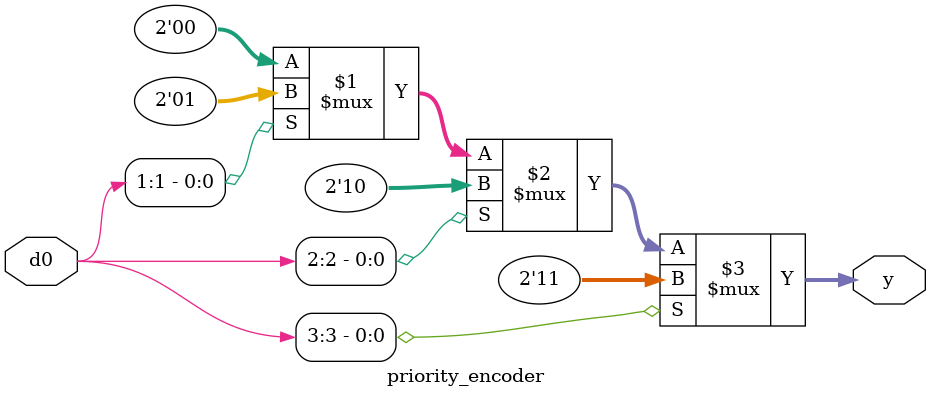
<source format=v>
module priority_encoder (input [3:0]d0,output [1:0]y);
assign y = d0[3] ? 2'b11 :
	         d0[2] ? 2'b10 :
           d0[1] ? 2'b01 :
	                 2'b00 ;

endmodule


</source>
